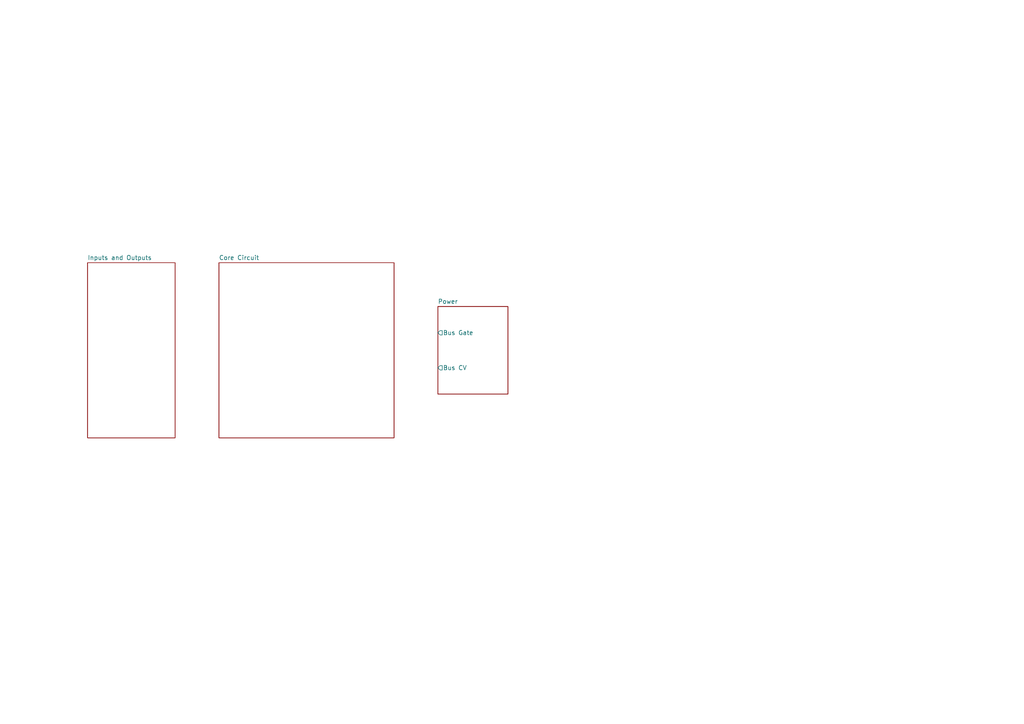
<source format=kicad_sch>
(kicad_sch
	(version 20231120)
	(generator "eeschema")
	(generator_version "8.0")
	(uuid "58f4306d-5387-4983-bb08-41a2313fd315")
	(paper "A4")
	(title_block
		(rev "1")
		(company "DMH Instruments")
		(comment 1 "PCB for 10cm Kosmo format synthesizer module")
	)
	(lib_symbols)
	(sheet
		(at 127 88.9)
		(size 20.32 25.4)
		(fields_autoplaced yes)
		(stroke
			(width 0.1524)
			(type solid)
		)
		(fill
			(color 0 0 0 0.0000)
		)
		(uuid "0cdf34b2-39cd-4d9e-981a-97cd34791509")
		(property "Sheetname" "Power"
			(at 127 88.1884 0)
			(effects
				(font
					(size 1.27 1.27)
				)
				(justify left bottom)
			)
		)
		(property "Sheetfile" "Power.kicad_sch"
			(at 127 114.8846 0)
			(effects
				(font
					(size 1.27 1.27)
				)
				(justify left top)
				(hide yes)
			)
		)
		(pin "Bus Gate" output
			(at 127 96.52 180)
			(effects
				(font
					(size 1.27 1.27)
				)
				(justify left)
			)
			(uuid "35434339-bc2b-4868-9a18-95483283b276")
		)
		(pin "Bus CV" output
			(at 127 106.68 180)
			(effects
				(font
					(size 1.27 1.27)
				)
				(justify left)
			)
			(uuid "0197176f-d754-4695-b74f-89d14faa0aea")
		)
		(instances
			(project "DMH-Kosmo-10cm-PCB"
				(path "/58f4306d-5387-4983-bb08-41a2313fd315"
					(page "4")
				)
			)
		)
	)
	(sheet
		(at 63.5 76.2)
		(size 50.8 50.8)
		(fields_autoplaced yes)
		(stroke
			(width 0.1524)
			(type solid)
		)
		(fill
			(color 0 0 0 0.0000)
		)
		(uuid "7ad2d702-dfb7-4d49-a82d-34430dd5948f")
		(property "Sheetname" "Core Circuit"
			(at 63.5 75.4884 0)
			(effects
				(font
					(size 1.27 1.27)
				)
				(justify left bottom)
			)
		)
		(property "Sheetfile" "Core_Circuit.kicad_sch"
			(at 63.5 127.5846 0)
			(effects
				(font
					(size 1.27 1.27)
				)
				(justify left top)
				(hide yes)
			)
		)
		(instances
			(project "DMH-Kosmo-10cm-PCB"
				(path "/58f4306d-5387-4983-bb08-41a2313fd315"
					(page "3")
				)
			)
		)
	)
	(sheet
		(at 25.4 76.2)
		(size 25.4 50.8)
		(fields_autoplaced yes)
		(stroke
			(width 0.1524)
			(type solid)
		)
		(fill
			(color 0 0 0 0.0000)
		)
		(uuid "ce3fef8b-9f1d-4178-b50b-4a046c030679")
		(property "Sheetname" "Inputs and Outputs"
			(at 25.4 75.4884 0)
			(effects
				(font
					(size 1.27 1.27)
				)
				(justify left bottom)
			)
		)
		(property "Sheetfile" "Inputs_and_Outputs.kicad_sch"
			(at 25.4 127.5846 0)
			(effects
				(font
					(size 1.27 1.27)
				)
				(justify left top)
				(hide yes)
			)
		)
		(instances
			(project "DMH-Kosmo-10cm-PCB"
				(path "/58f4306d-5387-4983-bb08-41a2313fd315"
					(page "2")
				)
			)
		)
	)
	(sheet_instances
		(path "/"
			(page "1")
		)
	)
)

</source>
